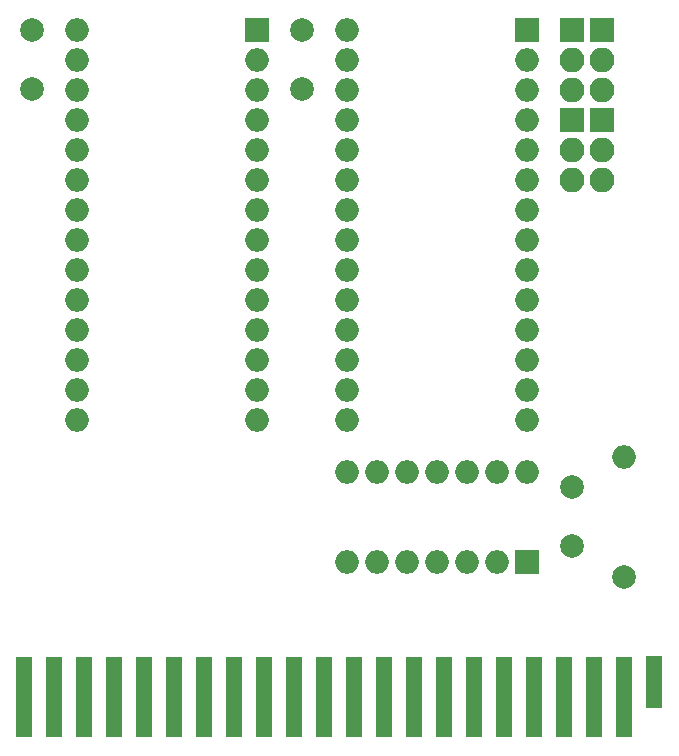
<source format=gbs>
G04 #@! TF.FileFunction,Soldermask,Bot*
%FSLAX46Y46*%
G04 Gerber Fmt 4.6, Leading zero omitted, Abs format (unit mm)*
G04 Created by KiCad (PCBNEW 4.0.7) date 09/13/19 11:52:28*
%MOMM*%
%LPD*%
G01*
G04 APERTURE LIST*
%ADD10C,0.100000*%
%ADD11R,1.400000X6.900000*%
%ADD12R,1.400000X4.400000*%
%ADD13C,2.000000*%
%ADD14R,2.100000X2.100000*%
%ADD15O,2.100000X2.100000*%
%ADD16O,2.000000X2.000000*%
%ADD17R,2.000000X2.000000*%
G04 APERTURE END LIST*
D10*
D11*
X123190000Y-95250000D03*
X125730000Y-95250000D03*
X128270000Y-95250000D03*
X130810000Y-95250000D03*
X133350000Y-95250000D03*
X135890000Y-95250000D03*
X138430000Y-95250000D03*
X140970000Y-95250000D03*
X143510000Y-95250000D03*
X146050000Y-95250000D03*
X148590000Y-95250000D03*
X151130000Y-95250000D03*
X153670000Y-95250000D03*
X156210000Y-95250000D03*
X158750000Y-95250000D03*
X161290000Y-95250000D03*
X163830000Y-95250000D03*
X166370000Y-95250000D03*
X168910000Y-95250000D03*
X171450000Y-95250000D03*
X173990000Y-95250000D03*
D12*
X176530000Y-93980000D03*
D11*
X123190000Y-95250000D03*
X125730000Y-95250000D03*
X128270000Y-95250000D03*
X130810000Y-95250000D03*
X133350000Y-95250000D03*
X135890000Y-95250000D03*
X138430000Y-95250000D03*
X140970000Y-95250000D03*
X143510000Y-95250000D03*
X146050000Y-95250000D03*
X148590000Y-95250000D03*
X151130000Y-95250000D03*
X153670000Y-95250000D03*
X156210000Y-95250000D03*
X161290000Y-95250000D03*
X158750000Y-95250000D03*
X163830000Y-95250000D03*
X166370000Y-95250000D03*
X168910000Y-95250000D03*
X171450000Y-95250000D03*
X173990000Y-95250000D03*
D12*
X176530000Y-93980000D03*
D13*
X146685000Y-38735000D03*
X146685000Y-43735000D03*
X123825000Y-38735000D03*
X123825000Y-43735000D03*
X169545000Y-77470000D03*
X169545000Y-82470000D03*
D14*
X172085000Y-38735000D03*
D15*
X172085000Y-41275000D03*
X172085000Y-43815000D03*
D14*
X169545000Y-38735000D03*
D15*
X169545000Y-41275000D03*
X169545000Y-43815000D03*
D14*
X172085000Y-46355000D03*
D15*
X172085000Y-48895000D03*
X172085000Y-51435000D03*
D14*
X169545000Y-46355000D03*
D15*
X169545000Y-48895000D03*
X169545000Y-51435000D03*
D13*
X173990000Y-85090000D03*
D16*
X173990000Y-74930000D03*
D17*
X165735000Y-38735000D03*
D16*
X150495000Y-71755000D03*
X165735000Y-41275000D03*
X150495000Y-69215000D03*
X165735000Y-43815000D03*
X150495000Y-66675000D03*
X165735000Y-46355000D03*
X150495000Y-64135000D03*
X165735000Y-48895000D03*
X150495000Y-61595000D03*
X165735000Y-51435000D03*
X150495000Y-59055000D03*
X165735000Y-53975000D03*
X150495000Y-56515000D03*
X165735000Y-56515000D03*
X150495000Y-53975000D03*
X165735000Y-59055000D03*
X150495000Y-51435000D03*
X165735000Y-61595000D03*
X150495000Y-48895000D03*
X165735000Y-64135000D03*
X150495000Y-46355000D03*
X165735000Y-66675000D03*
X150495000Y-43815000D03*
X165735000Y-69215000D03*
X150495000Y-41275000D03*
X165735000Y-71755000D03*
X150495000Y-38735000D03*
D17*
X142875000Y-38735000D03*
D16*
X127635000Y-71755000D03*
X142875000Y-41275000D03*
X127635000Y-69215000D03*
X142875000Y-43815000D03*
X127635000Y-66675000D03*
X142875000Y-46355000D03*
X127635000Y-64135000D03*
X142875000Y-48895000D03*
X127635000Y-61595000D03*
X142875000Y-51435000D03*
X127635000Y-59055000D03*
X142875000Y-53975000D03*
X127635000Y-56515000D03*
X142875000Y-56515000D03*
X127635000Y-53975000D03*
X142875000Y-59055000D03*
X127635000Y-51435000D03*
X142875000Y-61595000D03*
X127635000Y-48895000D03*
X142875000Y-64135000D03*
X127635000Y-46355000D03*
X142875000Y-66675000D03*
X127635000Y-43815000D03*
X142875000Y-69215000D03*
X127635000Y-41275000D03*
X142875000Y-71755000D03*
X127635000Y-38735000D03*
D17*
X165735000Y-83820000D03*
D16*
X150495000Y-76200000D03*
X163195000Y-83820000D03*
X153035000Y-76200000D03*
X160655000Y-83820000D03*
X155575000Y-76200000D03*
X158115000Y-83820000D03*
X158115000Y-76200000D03*
X155575000Y-83820000D03*
X160655000Y-76200000D03*
X153035000Y-83820000D03*
X163195000Y-76200000D03*
X150495000Y-83820000D03*
X165735000Y-76200000D03*
M02*

</source>
